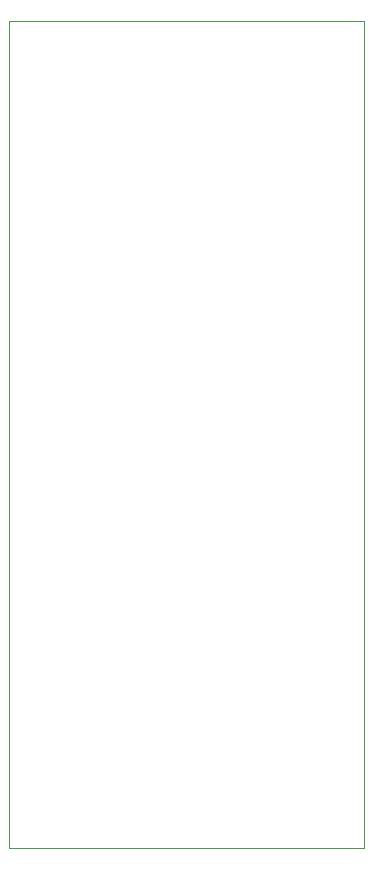
<source format=gm1>
%TF.GenerationSoftware,KiCad,Pcbnew,(6.0.1)*%
%TF.CreationDate,2022-09-30T20:37:04-04:00*%
%TF.ProjectId,SYNTH-VCO_DB-03,53594e54-482d-4564-934f-5f44422d3033,1*%
%TF.SameCoordinates,Original*%
%TF.FileFunction,Profile,NP*%
%FSLAX46Y46*%
G04 Gerber Fmt 4.6, Leading zero omitted, Abs format (unit mm)*
G04 Created by KiCad (PCBNEW (6.0.1)) date 2022-09-30 20:37:04*
%MOMM*%
%LPD*%
G01*
G04 APERTURE LIST*
%TA.AperFunction,Profile*%
%ADD10C,0.100000*%
%TD*%
G04 APERTURE END LIST*
D10*
X75000000Y-40000000D02*
X105000000Y-40000000D01*
X105000000Y-40000000D02*
X105000000Y-110000000D01*
X105000000Y-110000000D02*
X75000000Y-110000000D01*
X75000000Y-110000000D02*
X75000000Y-40000000D01*
M02*

</source>
